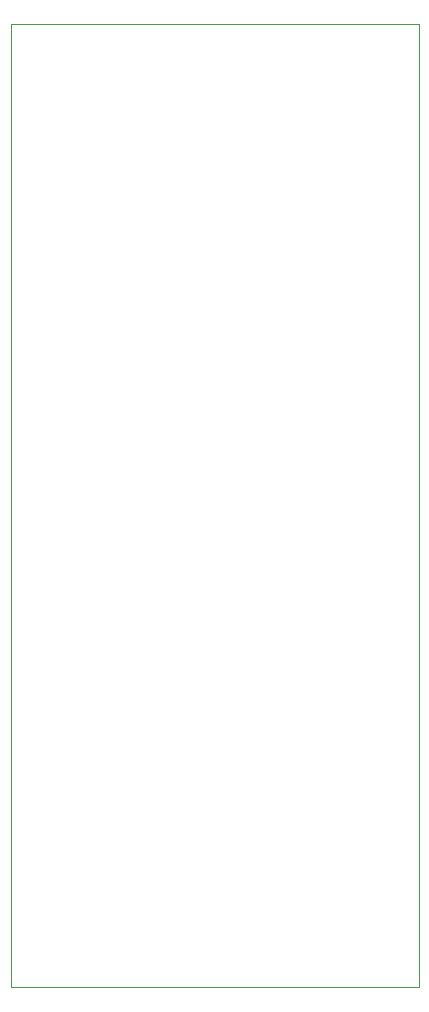
<source format=gbr>
G04 (created by PCBNEW (2013-05-31 BZR 4019)-stable) date 7/10/2013 3:54:15 PM*
%MOIN*%
G04 Gerber Fmt 3.4, Leading zero omitted, Abs format*
%FSLAX34Y34*%
G01*
G70*
G90*
G04 APERTURE LIST*
%ADD10C,0.00590551*%
%ADD11C,0.00393701*%
G04 APERTURE END LIST*
G54D10*
G54D11*
X33450Y-5500D02*
X33650Y-5500D01*
X20050Y-37600D02*
X20050Y-5500D01*
X33650Y-37600D02*
X20050Y-37600D01*
X33650Y-5500D02*
X33650Y-37600D01*
X20050Y-5500D02*
X33450Y-5500D01*
M02*

</source>
